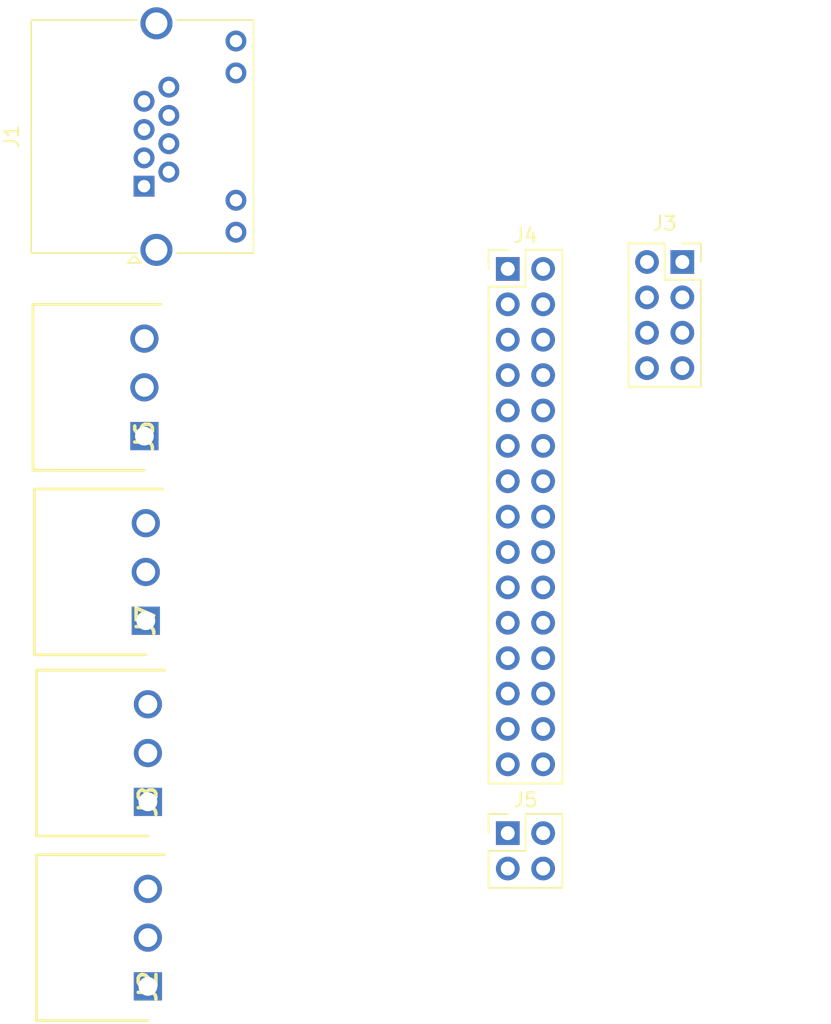
<source format=kicad_pcb>
(kicad_pcb (version 20241229) (generator "pcbnew") (generator_version "9.0")
  (layers (0 "F.Cu" signal) (2 "B.Cu" signal) (13 "F.Paste" user) (15 "B.Paste" user) (5 "F.SilkS" user "F.Silkscreen") (7 "B.SilkS" user "B.Silkscreen") (1 "F.Mask" user) (3 "B.Mask" user) (25 "Edge.Cuts" user))
  (net 0 "")
  (net 1 "/BTN_PWR_{-}")
  (net 2 "/BTN_PWR_{+}")
  (net 3 "/LED_PWR_{+}")
  (net 4 "/LED_PWR_{-}")
  (net 5 "/LED_HDD_{+}")
  (net 6 "/BTN_RST_{+}")
  (net 7 "/LED_HDD_{-}")
  (net 8 "/BTN_RST_{-}")
  (net 9 "/SDI_COMM")
  (net 10 "/SDI_PWR")
  (net 11 "/SDI_GND")
  (net 12 "/NC")
  (footprint "Library:MC1,5_3-G-3,5" (layer "F.Cu") (at 74.15 101.5 90)
    (property "Reference" "J2" (at 0 0 90) (layer "F.SilkS") (effects (font (size 1.27 1.27) (thickness 0.254))))
    (property "Value" "Conn_01x03_Socket" (hide yes))
    (fp_line (start 9.45 -8) (end 9.45 1.2) (stroke (width 0.2)) (layer "F.SilkS"))
    (fp_line (start -2.45 -8) (end 9.45 -8) (stroke (width 0.2)) (layer "F.SilkS"))
    (fp_line (start -2.45 0) (end -2.45 -8) (stroke (width 0.2)) (layer "F.SilkS"))
    (pad "1" thru_hole rect (at 0 0 90) (size 2.025 2.025) (drill 1.35) (layers "*.Cu" "*.Mask") (net 9 "/SDI_COMM"))
    (pad "2" thru_hole circle (at 3.5 0 90) (size 2.025 2.025) (drill 1.35) (layers "*.Cu" "*.Mask") (net 11 "/SDI_GND"))
    (pad "3" thru_hole circle (at 7 0 90) (size 2.025 2.025) (drill 1.35) (layers "*.Cu" "*.Mask") (net 10 "/SDI_PWR"))
  )
  (footprint "Library:MC1,5_3-G-3,5" (layer "F.Cu") (at 74 75.25 90)
    (property "Reference" "J7" (at 0 0 90) (layer "F.SilkS") (effects (font (size 1.27 1.27) (thickness 0.254))))
    (property "Value" "Conn_01x03_Socket" (hide yes))
    (fp_line (start 9.45 -8) (end 9.45 1.2) (stroke (width 0.2)) (layer "F.SilkS"))
    (fp_line (start -2.45 -8) (end 9.45 -8) (stroke (width 0.2)) (layer "F.SilkS"))
    (fp_line (start -2.45 0) (end -2.45 -8) (stroke (width 0.2)) (layer "F.SilkS"))
    (pad "1" thru_hole rect (at 0 0 90) (size 2.025 2.025) (drill 1.35) (layers "*.Cu" "*.Mask") (net 9 "/SDI_COMM"))
    (pad "2" thru_hole circle (at 3.5 0 90) (size 2.025 2.025) (drill 1.35) (layers "*.Cu" "*.Mask") (net 11 "/SDI_GND"))
    (pad "3" thru_hole circle (at 7 0 90) (size 2.025 2.025) (drill 1.35) (layers "*.Cu" "*.Mask") (net 10 "/SDI_PWR"))
  )
  (footprint "Connector_PinHeader_2.54mm:PinHeader_2x02_P2.54mm_Vertical" (layer "F.Cu") (at 100 90.5)
    (property "Reference" "J5" (at 1.27 -2.38 0) (layer "F.SilkS"))
    (property "Value" "Conn_02x02_Counter_Clockwise")
    (fp_line (start -1.38 -1.38) (end 0 -1.38) (stroke (width 0.12)) (layer "F.SilkS"))
    (fp_line (start -1.38 0) (end -1.38 -1.38) (stroke (width 0.12)) (layer "F.SilkS"))
    (fp_line (start -1.38 1.27) (end -1.38 3.92) (stroke (width 0.12)) (layer "F.SilkS"))
    (fp_line (start -1.38 1.27) (end 1.27 1.27) (stroke (width 0.12)) (layer "F.SilkS"))
    (fp_line (start -1.38 3.92) (end 3.92 3.92) (stroke (width 0.12)) (layer "F.SilkS"))
    (fp_line (start 1.27 -1.38) (end 3.92 -1.38) (stroke (width 0.12)) (layer "F.SilkS"))
    (fp_line (start 1.27 1.27) (end 1.27 -1.38) (stroke (width 0.12)) (layer "F.SilkS"))
    (fp_line (start 3.92 -1.38) (end 3.92 3.92) (stroke (width 0.12)) (layer "F.SilkS"))
    (pad "1" thru_hole rect (at 0 0) (size 1.7 1.7) (drill 1) (layers "*.Cu" "*.Mask") (net 12 "/NC"))
    (pad "2" thru_hole circle (at 2.54 0) (size 1.7 1.7) (drill 1) (layers "*.Cu" "*.Mask") (net 12 "/NC"))
    (pad "3" thru_hole circle (at 0 2.54) (size 1.7 1.7) (drill 1) (layers "*.Cu" "*.Mask") (net 12 "/NC"))
    (pad "4" thru_hole circle (at 2.54 2.54) (size 1.7 1.7) (drill 1) (layers "*.Cu" "*.Mask") (net 12 "/NC"))
  )
  (footprint "Connector_RJ:RJ45_Amphenol_RJHSE538X" (layer "F.Cu") (at 73.875 44.06 90)
    (property "Reference" "J1" (at 3.56 -9.5 90) (layer "F.SilkS"))
    (property "Value" "RJ45")
    (fp_line (start 11.925 -8.11) (end 11.925 -0.5) (stroke (width 0.12)) (layer "F.SilkS"))
    (fp_line (start -4.805 -8.11) (end 11.925 -8.11) (stroke (width 0.12)) (layer "F.SilkS"))
    (fp_line (start -4.805 -8.11) (end -4.805 -0.5) (stroke (width 0.12)) (layer "F.SilkS"))
    (fp_line (start -5.5 -1.2) (end -5 -0.7) (stroke (width 0.12)) (layer "F.SilkS"))
    (fp_line (start -5 -0.7) (end -5.5 -0.2) (stroke (width 0.12)) (layer "F.SilkS"))
    (fp_line (start -5.5 -0.2) (end -5.5 -1.2) (stroke (width 0.12)) (layer "F.SilkS"))
    (fp_line (start 11.925 7.86) (end 11.925 2.3) (stroke (width 0.12)) (layer "F.SilkS"))
    (fp_line (start -4.805 7.86) (end -4.805 2.3) (stroke (width 0.12)) (layer "F.SilkS"))
    (fp_line (start -4.805 7.86) (end 11.925 7.86) (stroke (width 0.12)) (layer "F.SilkS"))
    (pad "" np_thru_hole circle (at -2.79 -2.54 90) (size 3.25 3.25) (drill 3.25) (layers "*.Cu" "*.Mask"))
    (pad "" np_thru_hole circle (at 9.91 -2.54 90) (size 3.25 3.25) (drill 3.25) (layers "*.Cu" "*.Mask"))
    (pad "1" thru_hole rect (at 0 0 90) (size 1.5 1.5) (drill 0.89) (layers "*.Cu" "*.Mask") (net 8 "/BTN_RST_{-}"))
    (pad "2" thru_hole circle (at 1.016 1.78 90) (size 1.5 1.5) (drill 0.89) (layers "*.Cu" "*.Mask") (net 6 "/BTN_RST_{+}"))
    (pad "3" thru_hole circle (at 2.032 0 90) (size 1.5 1.5) (drill 0.89) (layers "*.Cu" "*.Mask") (net 7 "/LED_HDD_{-}"))
    (pad "4" thru_hole circle (at 3.048 1.78 90) (size 1.5 1.5) (drill 0.89) (layers "*.Cu" "*.Mask") (net 2 "/BTN_PWR_{+}"))
    (pad "5" thru_hole circle (at 4.064 0 90) (size 1.5 1.5) (drill 0.89) (layers "*.Cu" "*.Mask") (net 1 "/BTN_PWR_{-}"))
    (pad "6" thru_hole circle (at 5.08 1.78 90) (size 1.5 1.5) (drill 0.89) (layers "*.Cu" "*.Mask") (net 5 "/LED_HDD_{+}"))
    (pad "7" thru_hole circle (at 6.096 0 90) (size 1.5 1.5) (drill 0.89) (layers "*.Cu" "*.Mask") (net 4 "/LED_PWR_{-}"))
    (pad "8" thru_hole circle (at 7.112 1.78 90) (size 1.5 1.5) (drill 0.89) (layers "*.Cu" "*.Mask") (net 3 "/LED_PWR_{+}"))
    (pad "9" thru_hole circle (at -3.3 6.6 90) (size 1.5 1.5) (drill 0.89) (layers "*.Cu" "*.Mask"))
    (pad "10" thru_hole circle (at -1.01 6.6 90) (size 1.5 1.5) (drill 0.89) (layers "*.Cu" "*.Mask"))
    (pad "11" thru_hole circle (at 8.13 6.6 90) (size 1.5 1.5) (drill 0.89) (layers "*.Cu" "*.Mask"))
    (pad "12" thru_hole circle (at 10.42 6.6 90) (size 1.5 1.5) (drill 0.89) (layers "*.Cu" "*.Mask"))
    (pad "SH" thru_hole circle (at -4.57 0.89 90) (size 2.3 2.3) (drill 1.57) (layers "*.Cu" "*.Mask"))
    (pad "SH" thru_hole circle (at 11.69 0.89 90) (size 2.3 2.3) (drill 1.57) (layers "*.Cu" "*.Mask"))
  )
  (footprint "Connector_PinHeader_2.54mm:PinHeader_2x15_P2.54mm_Vertical" (layer "F.Cu") (at 100 50)
    (property "Reference" "J4" (at 1.27 -2.38 0) (layer "F.SilkS"))
    (property "Value" "Conn_02x15_Counter_Clockwise")
    (fp_line (start -1.38 -1.38) (end 0 -1.38) (stroke (width 0.12)) (layer "F.SilkS"))
    (fp_line (start -1.38 0) (end -1.38 -1.38) (stroke (width 0.12)) (layer "F.SilkS"))
    (fp_line (start -1.38 1.27) (end -1.38 36.94) (stroke (width 0.12)) (layer "F.SilkS"))
    (fp_line (start -1.38 1.27) (end 1.27 1.27) (stroke (width 0.12)) (layer "F.SilkS"))
    (fp_line (start -1.38 36.94) (end 3.92 36.94) (stroke (width 0.12)) (layer "F.SilkS"))
    (fp_line (start 1.27 -1.38) (end 3.92 -1.38) (stroke (width 0.12)) (layer "F.SilkS"))
    (fp_line (start 1.27 1.27) (end 1.27 -1.38) (stroke (width 0.12)) (layer "F.SilkS"))
    (fp_line (start 3.92 -1.38) (end 3.92 36.94) (stroke (width 0.12)) (layer "F.SilkS"))
    (pad "1" thru_hole rect (at 0 0) (size 1.7 1.7) (drill 1) (layers "*.Cu" "*.Mask") (net 12 "/NC"))
    (pad "2" thru_hole circle (at 2.54 0) (size 1.7 1.7) (drill 1) (layers "*.Cu" "*.Mask") (net 12 "/NC"))
    (pad "3" thru_hole circle (at 0 2.54) (size 1.7 1.7) (drill 1) (layers "*.Cu" "*.Mask") (net 12 "/NC"))
    (pad "4" thru_hole circle (at 2.54 2.54) (size 1.7 1.7) (drill 1) (layers "*.Cu" "*.Mask") (net 12 "/NC"))
    (pad "5" thru_hole circle (at 0 5.08) (size 1.7 1.7) (drill 1) (layers "*.Cu" "*.Mask") (net 12 "/NC"))
    (pad "6" thru_hole circle (at 2.54 5.08) (size 1.7 1.7) (drill 1) (layers "*.Cu" "*.Mask") (net 12 "/NC"))
    (pad "7" thru_hole circle (at 0 7.62) (size 1.7 1.7) (drill 1) (layers "*.Cu" "*.Mask") (net 12 "/NC"))
    (pad "8" thru_hole circle (at 2.54 7.62) (size 1.7 1.7) (drill 1) (layers "*.Cu" "*.Mask") (net 12 "/NC"))
    (pad "9" thru_hole circle (at 0 10.16) (size 1.7 1.7) (drill 1) (layers "*.Cu" "*.Mask") (net 12 "/NC"))
    (pad "10" thru_hole circle (at 2.54 10.16) (size 1.7 1.7) (drill 1) (layers "*.Cu" "*.Mask") (net 12 "/NC"))
    (pad "11" thru_hole circle (at 0 12.7) (size 1.7 1.7) (drill 1) (layers "*.Cu" "*.Mask") (net 12 "/NC"))
    (pad "12" thru_hole circle (at 2.54 12.7) (size 1.7 1.7) (drill 1) (layers "*.Cu" "*.Mask") (net 12 "/NC"))
    (pad "13" thru_hole circle (at 0 15.24) (size 1.7 1.7) (drill 1) (layers "*.Cu" "*.Mask") (net 12 "/NC"))
    (pad "14" thru_hole circle (at 2.54 15.24) (size 1.7 1.7) (drill 1) (layers "*.Cu" "*.Mask") (net 12 "/NC"))
    (pad "15" thru_hole circle (at 0 17.78) (size 1.7 1.7) (drill 1) (layers "*.Cu" "*.Mask") (net 11 "/SDI_GND"))
    (pad "16" thru_hole circle (at 2.54 17.78) (size 1.7 1.7) (drill 1) (layers "*.Cu" "*.Mask") (net 10 "/SDI_PWR"))
    (pad "17" thru_hole circle (at 0 20.32) (size 1.7 1.7) (drill 1) (layers "*.Cu" "*.Mask") (net 12 "/NC"))
    (pad "18" thru_hole circle (at 2.54 20.32) (size 1.7 1.7) (drill 1) (layers "*.Cu" "*.Mask") (net 12 "/NC"))
    (pad "19" thru_hole circle (at 0 22.86) (size 1.7 1.7) (drill 1) (layers "*.Cu" "*.Mask") (net 12 "/NC"))
    (pad "20" thru_hole circle (at 2.54 22.86) (size 1.7 1.7) (drill 1) (layers "*.Cu" "*.Mask") (net 12 "/NC"))
    (pad "21" thru_hole circle (at 0 25.4) (size 1.7 1.7) (drill 1) (layers "*.Cu" "*.Mask") (net 9 "/SDI_COMM"))
    (pad "22" thru_hole circle (at 2.54 25.4) (size 1.7 1.7) (drill 1) (layers "*.Cu" "*.Mask") (net 12 "/NC"))
    (pad "23" thru_hole circle (at 0 27.94) (size 1.7 1.7) (drill 1) (layers "*.Cu" "*.Mask") (net 12 "/NC"))
    (pad "24" thru_hole circle (at 2.54 27.94) (size 1.7 1.7) (drill 1) (layers "*.Cu" "*.Mask") (net 12 "/NC"))
    (pad "25" thru_hole circle (at 0 30.48) (size 1.7 1.7) (drill 1) (layers "*.Cu" "*.Mask") (net 12 "/NC"))
    (pad "26" thru_hole circle (at 2.54 30.48) (size 1.7 1.7) (drill 1) (layers "*.Cu" "*.Mask") (net 12 "/NC"))
    (pad "27" thru_hole circle (at 0 33.02) (size 1.7 1.7) (drill 1) (layers "*.Cu" "*.Mask") (net 12 "/NC"))
    (pad "28" thru_hole circle (at 2.54 33.02) (size 1.7 1.7) (drill 1) (layers "*.Cu" "*.Mask") (net 12 "/NC"))
    (pad "29" thru_hole circle (at 0 35.56) (size 1.7 1.7) (drill 1) (layers "*.Cu" "*.Mask") (net 12 "/NC"))
    (pad "30" thru_hole circle (at 2.54 35.56) (size 1.7 1.7) (drill 1) (layers "*.Cu" "*.Mask") (net 12 "/NC"))
  )
  (footprint "Connector_PinSocket_2.54mm:PinSocket_2x04_P2.54mm_Vertical" (layer "F.Cu") (at 112.54 49.5)
    (property "Reference" "J3" (at -1.27 -2.77 0) (layer "F.SilkS"))
    (property "Value" "Conn_02x04_Counter_Clockwise")
    (fp_line (start -3.87 -1.33) (end -3.87 8.95) (stroke (width 0.12)) (layer "F.SilkS"))
    (fp_line (start -3.87 -1.33) (end -1.27 -1.33) (stroke (width 0.12)) (layer "F.SilkS"))
    (fp_line (start -3.87 8.95) (end 1.33 8.95) (stroke (width 0.12)) (layer "F.SilkS"))
    (fp_line (start -1.27 -1.33) (end -1.27 1.27) (stroke (width 0.12)) (layer "F.SilkS"))
    (fp_line (start -1.27 1.27) (end 1.33 1.27) (stroke (width 0.12)) (layer "F.SilkS"))
    (fp_line (start 0 -1.33) (end 1.33 -1.33) (stroke (width 0.12)) (layer "F.SilkS"))
    (fp_line (start 1.33 -1.33) (end 1.33 0) (stroke (width 0.12)) (layer "F.SilkS"))
    (fp_line (start 1.33 1.27) (end 1.33 8.95) (stroke (width 0.12)) (layer "F.SilkS"))
    (pad "1" thru_hole rect (at 0 0) (size 1.7 1.7) (drill 1) (layers "*.Cu" "*.Mask") (net 5 "/LED_HDD_{+}"))
    (pad "2" thru_hole circle (at -2.54 0) (size 1.7 1.7) (drill 1) (layers "*.Cu" "*.Mask") (net 7 "/LED_HDD_{-}"))
    (pad "3" thru_hole circle (at 0 2.54) (size 1.7 1.7) (drill 1) (layers "*.Cu" "*.Mask") (net 8 "/BTN_RST_{-}"))
    (pad "4" thru_hole circle (at -2.54 2.54) (size 1.7 1.7) (drill 1) (layers "*.Cu" "*.Mask") (net 6 "/BTN_RST_{+}"))
    (pad "5" thru_hole circle (at 0 5.08) (size 1.7 1.7) (drill 1) (layers "*.Cu" "*.Mask") (net 1 "/BTN_PWR_{-}"))
    (pad "6" thru_hole circle (at -2.54 5.08) (size 1.7 1.7) (drill 1) (layers "*.Cu" "*.Mask") (net 2 "/BTN_PWR_{+}"))
    (pad "7" thru_hole circle (at 0 7.62) (size 1.7 1.7) (drill 1) (layers "*.Cu" "*.Mask") (net 4 "/LED_PWR_{-}"))
    (pad "8" thru_hole circle (at -2.54 7.62) (size 1.7 1.7) (drill 1) (layers "*.Cu" "*.Mask") (net 3 "/LED_PWR_{+}"))
  )
  (footprint "Library:MC1,5_3-G-3,5" (layer "F.Cu") (at 74.15 88.25 90)
    (property "Reference" "J8" (at 0 0 90) (layer "F.SilkS") (effects (font (size 1.27 1.27) (thickness 0.254))))
    (property "Value" "Conn_01x03_Socket" (hide yes))
    (fp_line (start 9.45 -8) (end 9.45 1.2) (stroke (width 0.2)) (layer "F.SilkS"))
    (fp_line (start -2.45 -8) (end 9.45 -8) (stroke (width 0.2)) (layer "F.SilkS"))
    (fp_line (start -2.45 0) (end -2.45 -8) (stroke (width 0.2)) (layer "F.SilkS"))
    (pad "1" thru_hole rect (at 0 0 90) (size 2.025 2.025) (drill 1.35) (layers "*.Cu" "*.Mask") (net 9 "/SDI_COMM"))
    (pad "2" thru_hole circle (at 3.5 0 90) (size 2.025 2.025) (drill 1.35) (layers "*.Cu" "*.Mask") (net 11 "/SDI_GND"))
    (pad "3" thru_hole circle (at 7 0 90) (size 2.025 2.025) (drill 1.35) (layers "*.Cu" "*.Mask") (net 10 "/SDI_PWR"))
  )
  (footprint "Library:MC1,5_3-G-3,5" (layer "F.Cu") (at 73.9 62 90)
    (property "Reference" "J6" (at 0 0 90) (layer "F.SilkS") (effects (font (size 1.27 1.27) (thickness 0.254))))
    (property "Value" "Conn_01x03_Socket" (hide yes))
    (fp_line (start 9.45 -8) (end 9.45 1.2) (stroke (width 0.2)) (layer "F.SilkS"))
    (fp_line (start -2.45 -8) (end 9.45 -8) (stroke (width 0.2)) (layer "F.SilkS"))
    (fp_line (start -2.45 0) (end -2.45 -8) (stroke (width 0.2)) (layer "F.SilkS"))
    (pad "1" thru_hole rect (at 0 0 90) (size 2.025 2.025) (drill 1.35) (layers "*.Cu" "*.Mask") (net 9 "/SDI_COMM"))
    (pad "2" thru_hole circle (at 3.5 0 90) (size 2.025 2.025) (drill 1.35) (layers "*.Cu" "*.Mask") (net 11 "/SDI_GND"))
    (pad "3" thru_hole circle (at 7 0 90) (size 2.025 2.025) (drill 1.35) (layers "*.Cu" "*.Mask") (net 10 "/SDI_PWR"))
  )
)
</source>
